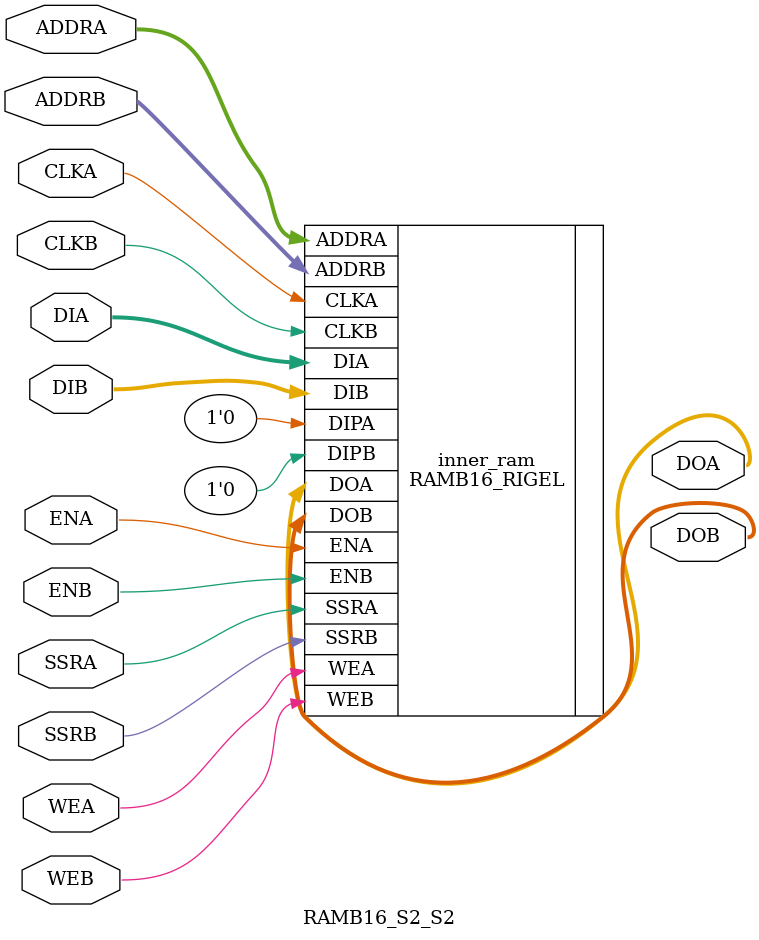
<source format=v>

module RAMB16_S2_S2(
  input WEA,
  input ENA,
  input SSRA,
  input CLKA,
  input [12:0] ADDRA,
  input [1:0] DIA,
//  input DIPA,
//  output [3:0] DOPA,
  output [1:0] DOA,
  input WEB,
  input ENB,
  input SSRB,
  input CLKB,
  input [12:0] ADDRB,
  input [1:0] DIB,
//  input DIPB,
//  output [3:0] DOPB,
  output [1:0] DOB);
  parameter WRITE_MODE_A = "write_first";
  parameter WRITE_MODE_B = "write_first";
parameter INIT_00=256'd0;
parameter INIT_01=256'd0;
parameter INIT_02=256'd0;
parameter INIT_03=256'd0;
parameter INIT_04=256'd0;
parameter INIT_05=256'd0;
parameter INIT_06=256'd0;
parameter INIT_07=256'd0;
parameter INIT_08=256'd0;
parameter INIT_09=256'd0;
parameter INIT_0A=256'd0;
parameter INIT_0B=256'd0;
parameter INIT_0C=256'd0;
parameter INIT_0D=256'd0;
parameter INIT_0E=256'd0;
parameter INIT_0F=256'd0;
parameter INIT_10=256'd0;
parameter INIT_11=256'd0;
parameter INIT_12=256'd0;
parameter INIT_13=256'd0;
parameter INIT_14=256'd0;
parameter INIT_15=256'd0;
parameter INIT_16=256'd0;
parameter INIT_17=256'd0;
parameter INIT_18=256'd0;
parameter INIT_19=256'd0;
parameter INIT_1A=256'd0;
parameter INIT_1B=256'd0;
parameter INIT_1C=256'd0;
parameter INIT_1D=256'd0;
parameter INIT_1E=256'd0;
parameter INIT_1F=256'd0;
parameter INIT_20=256'd0;
parameter INIT_21=256'd0;
parameter INIT_22=256'd0;
parameter INIT_23=256'd0;
parameter INIT_24=256'd0;
parameter INIT_25=256'd0;
parameter INIT_26=256'd0;
parameter INIT_27=256'd0;
parameter INIT_28=256'd0;
parameter INIT_29=256'd0;
parameter INIT_2A=256'd0;
parameter INIT_2B=256'd0;
parameter INIT_2C=256'd0;
parameter INIT_2D=256'd0;
parameter INIT_2E=256'd0;
parameter INIT_2F=256'd0;
parameter INIT_30=256'd0;
parameter INIT_31=256'd0;
parameter INIT_32=256'd0;
parameter INIT_33=256'd0;
parameter INIT_34=256'd0;
parameter INIT_35=256'd0;
parameter INIT_36=256'd0;
parameter INIT_37=256'd0;
parameter INIT_38=256'd0;
parameter INIT_39=256'd0;
parameter INIT_3A=256'd0;
parameter INIT_3B=256'd0;
parameter INIT_3C=256'd0;
parameter INIT_3D=256'd0;
parameter INIT_3E=256'd0;
   parameter INIT_3F=256'd0;   


   RAMB16_RIGEL #(.WRITE_MODE_A(WRITE_MODE_A),.WRITE_MODE_B(WRITE_MODE_B),.BITS(2),.INIT_00(INIT_00),.INIT_01(INIT_01),.INIT_02(INIT_02),.INIT_03(INIT_03),.INIT_04(INIT_04),.INIT_05(INIT_05),.INIT_06(INIT_06),.INIT_07(INIT_07),.INIT_08(INIT_08),.INIT_09(INIT_09),.INIT_0A(INIT_0A),.INIT_0B(INIT_0B),.INIT_0C(INIT_0C),.INIT_0D(INIT_0D),.INIT_0E(INIT_0E),.INIT_0F(INIT_0F),.INIT_10(INIT_10),.INIT_11(INIT_11),.INIT_12(INIT_12),.INIT_13(INIT_13),.INIT_14(INIT_14),.INIT_15(INIT_15),.INIT_16(INIT_16),.INIT_17(INIT_17),.INIT_18(INIT_18),.INIT_19(INIT_19),.INIT_1A(INIT_1A),.INIT_1B(INIT_1B),.INIT_1C(INIT_1C),.INIT_1D(INIT_1D),.INIT_1E(INIT_1E),.INIT_1F(INIT_1F),.INIT_20(INIT_20),.INIT_21(INIT_21),.INIT_22(INIT_22),.INIT_23(INIT_23),.INIT_24(INIT_24),.INIT_25(INIT_25),.INIT_26(INIT_26),.INIT_27(INIT_27),.INIT_28(INIT_28),.INIT_29(INIT_29),.INIT_2A(INIT_2A),.INIT_2B(INIT_2B),.INIT_2C(INIT_2C),.INIT_2D(INIT_2D),.INIT_2E(INIT_2E),.INIT_2F(INIT_2F),.INIT_30(INIT_30),.INIT_31(INIT_31),.INIT_32(INIT_32),.INIT_33(INIT_33),.INIT_34(INIT_34),.INIT_35(INIT_35),.INIT_36(INIT_36),.INIT_37(INIT_37),.INIT_38(INIT_38),.INIT_39(INIT_39),.INIT_3A(INIT_3A),.INIT_3B(INIT_3B),.INIT_3C(INIT_3C),.INIT_3D(INIT_3D),.INIT_3E(INIT_3E),.INIT_3F(INIT_3F)) inner_ram(.WEA(WEA),.ENA(ENA),.SSRA(SSRA),.CLKA(CLKA),.ADDRA(ADDRA),.DIA(DIA),.DIPA(1'b0),.DOA(DOA),.WEB(WEB),.ENB(ENB),.SSRB(SSRB),.CLKB(CLKB),.ADDRB(ADDRB),.DIB(DIB),.DIPB(1'b0),.DOB(DOB));

endmodule

</source>
